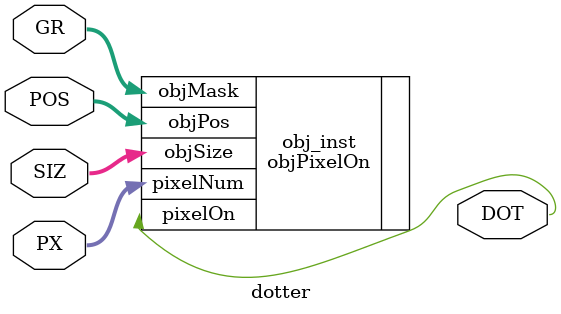
<source format=v>
module dotter(
  input [7:0] PX,
  input [7:0] POS,
  input [7:0] GR,
  input [2:0] SIZ,
  output      DOT
);

  objPixelOn obj_inst (
    .pixelNum (PX),
    .objPos   (POS),
    .objMask  (GR),
    .objSize  (SIZ),
    .pixelOn  (DOT)
  );  

endmodule

</source>
